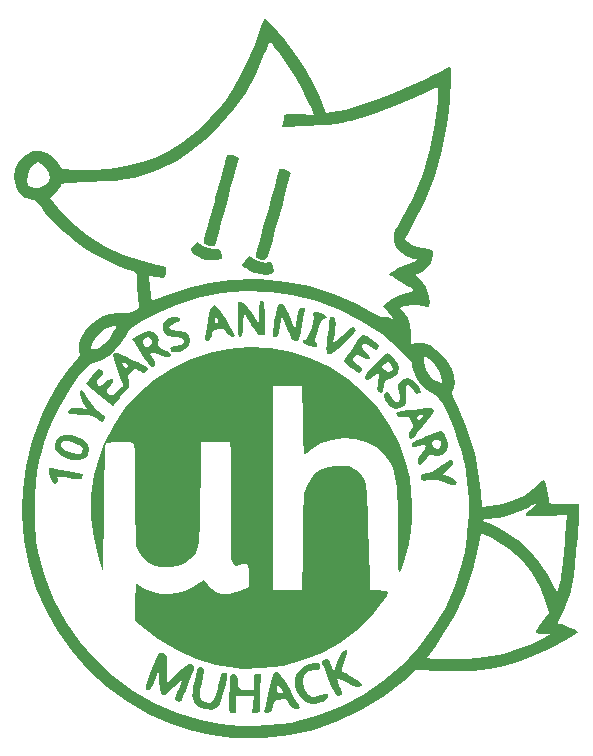
<source format=gbr>
%TF.GenerationSoftware,KiCad,Pcbnew,8.0.4*%
%TF.CreationDate,2024-09-30T12:03:32+02:00*%
%TF.ProjectId,MuHack_10th_pendant,4d754861-636b-45f3-9130-74685f70656e,rev?*%
%TF.SameCoordinates,Original*%
%TF.FileFunction,Copper,L1,Top*%
%TF.FilePolarity,Positive*%
%FSLAX46Y46*%
G04 Gerber Fmt 4.6, Leading zero omitted, Abs format (unit mm)*
G04 Created by KiCad (PCBNEW 8.0.4) date 2024-09-30 12:03:32*
%MOMM*%
%LPD*%
G01*
G04 APERTURE LIST*
%TA.AperFunction,EtchedComponent*%
%ADD10C,0.000000*%
%TD*%
G04 APERTURE END LIST*
D10*
%TA.AperFunction,EtchedComponent*%
%TO.C,F-Cu*%
G36*
X91592833Y-82578403D02*
G01*
X92043507Y-82761207D01*
X92509231Y-82845850D01*
X92558886Y-82847016D01*
X92912462Y-82895705D01*
X93109968Y-83071858D01*
X93189071Y-83420601D01*
X93195940Y-83610237D01*
X93088983Y-83740575D01*
X92807563Y-83814273D01*
X92414573Y-83832217D01*
X91972910Y-83795295D01*
X91545469Y-83704393D01*
X91235056Y-83582590D01*
X90909883Y-83383456D01*
X90664415Y-83186497D01*
X90634249Y-83153587D01*
X90549317Y-82996498D01*
X90610274Y-82833150D01*
X90792228Y-82632466D01*
X91114902Y-82309791D01*
X91592833Y-82578403D01*
G37*
%TD.AperFunction*%
%TA.AperFunction,EtchedComponent*%
G36*
X96102518Y-83788414D02*
G01*
X96605554Y-83988909D01*
X97013718Y-84018303D01*
X97058992Y-84011098D01*
X97327307Y-83986685D01*
X97453770Y-84090829D01*
X97516925Y-84325091D01*
X97584292Y-84722836D01*
X97554203Y-84937078D01*
X97383012Y-85022545D01*
X97027074Y-85033964D01*
X96952656Y-85032626D01*
X96497429Y-85001133D01*
X96078239Y-84935628D01*
X95930885Y-84897494D01*
X95562805Y-84730251D01*
X95204319Y-84497456D01*
X95198192Y-84492571D01*
X94846165Y-84210312D01*
X95186652Y-83852925D01*
X95527139Y-83495538D01*
X96102518Y-83788414D01*
G37*
%TD.AperFunction*%
%TA.AperFunction,EtchedComponent*%
G36*
X78795908Y-101429462D02*
G01*
X79136389Y-101486120D01*
X79610581Y-101569433D01*
X80070204Y-101652785D01*
X80606131Y-101750843D01*
X81043588Y-101830116D01*
X81332982Y-101881667D01*
X81425595Y-101897016D01*
X81420584Y-101996278D01*
X81387798Y-102141246D01*
X81337273Y-102272370D01*
X81239648Y-102345792D01*
X81049691Y-102364005D01*
X80722171Y-102329500D01*
X80211858Y-102244770D01*
X80045712Y-102215189D01*
X79596515Y-102137530D01*
X79343995Y-102109025D01*
X79244658Y-102134483D01*
X79255010Y-102218716D01*
X79295099Y-102298201D01*
X79357683Y-102520717D01*
X79258533Y-102643368D01*
X79082147Y-102731260D01*
X78957556Y-102687426D01*
X78824276Y-102473470D01*
X78749552Y-102320276D01*
X78604729Y-101941425D01*
X78547011Y-101626166D01*
X78583715Y-101436707D01*
X78642322Y-101408554D01*
X78795908Y-101429462D01*
G37*
%TD.AperFunction*%
%TA.AperFunction,EtchedComponent*%
G36*
X81463646Y-94912556D02*
G01*
X81653939Y-95173093D01*
X81889521Y-95544695D01*
X81949080Y-95645310D01*
X82349132Y-96242430D01*
X82727796Y-96620277D01*
X82870332Y-96711060D01*
X83166675Y-96885224D01*
X83285675Y-97024843D01*
X83270303Y-97200777D01*
X83232139Y-97307701D01*
X83160648Y-97445913D01*
X83053004Y-97477829D01*
X82852634Y-97394381D01*
X82512511Y-97192388D01*
X82179869Y-97020035D01*
X81830236Y-96927376D01*
X81367841Y-96893077D01*
X81159066Y-96890911D01*
X80643465Y-96880943D01*
X80336817Y-96842009D01*
X80204250Y-96759196D01*
X80210890Y-96617589D01*
X80262253Y-96507354D01*
X80364999Y-96379067D01*
X80536902Y-96325866D01*
X80846354Y-96335328D01*
X81074750Y-96359758D01*
X81764849Y-96440866D01*
X81429370Y-95868415D01*
X81239984Y-95461139D01*
X81167855Y-95115860D01*
X81216595Y-94883947D01*
X81355258Y-94814323D01*
X81463646Y-94912556D01*
G37*
%TD.AperFunction*%
%TA.AperFunction,EtchedComponent*%
G36*
X112713412Y-100696021D02*
G01*
X112767565Y-100818515D01*
X112797109Y-101097835D01*
X112704469Y-101222436D01*
X112260402Y-101568178D01*
X111983086Y-101810382D01*
X111889125Y-101934300D01*
X111893148Y-101943065D01*
X112028671Y-102002896D01*
X112316547Y-102106190D01*
X112491838Y-102164622D01*
X112871731Y-102326638D01*
X113052669Y-102513412D01*
X113080380Y-102608744D01*
X113066683Y-102785859D01*
X112937073Y-102857377D01*
X112660277Y-102823408D01*
X112205023Y-102684058D01*
X112003377Y-102612457D01*
X111405365Y-102448637D01*
X110839098Y-102425912D01*
X110690636Y-102439273D01*
X110318562Y-102472994D01*
X110128081Y-102454144D01*
X110058636Y-102361959D01*
X110049531Y-102219450D01*
X110086636Y-102025724D01*
X110241890Y-101921109D01*
X110542694Y-101863026D01*
X110961372Y-101736858D01*
X111463545Y-101449265D01*
X111850133Y-101168267D01*
X112246690Y-100865829D01*
X112493968Y-100697283D01*
X112635147Y-100646168D01*
X112713412Y-100696021D01*
G37*
%TD.AperFunction*%
%TA.AperFunction,EtchedComponent*%
G36*
X96591377Y-87267195D02*
G01*
X96682265Y-87314015D01*
X96745223Y-87440522D01*
X96786954Y-87687348D01*
X96814159Y-88095127D01*
X96833542Y-88704494D01*
X96834416Y-88740558D01*
X96868820Y-90173939D01*
X96558041Y-90173939D01*
X96381783Y-90137065D01*
X96200820Y-90001541D01*
X95979049Y-89730015D01*
X95680365Y-89285134D01*
X95643973Y-89228257D01*
X95040685Y-88282576D01*
X95004483Y-89248986D01*
X94959418Y-89830714D01*
X94875608Y-90175554D01*
X94751279Y-90288038D01*
X94624831Y-90217188D01*
X94591347Y-90068190D01*
X94564205Y-89727546D01*
X94546413Y-89247817D01*
X94540877Y-88749259D01*
X94540877Y-87365285D01*
X94837490Y-87365285D01*
X95010814Y-87406936D01*
X95194710Y-87556306D01*
X95423467Y-87850018D01*
X95722827Y-88310961D01*
X96311550Y-89256637D01*
X96347146Y-88241925D01*
X96370799Y-87741892D01*
X96406054Y-87441626D01*
X96464053Y-87296664D01*
X96555936Y-87262542D01*
X96591377Y-87267195D01*
G37*
%TD.AperFunction*%
%TA.AperFunction,EtchedComponent*%
G36*
X101373653Y-88237141D02*
G01*
X101556607Y-88298030D01*
X101938626Y-88461817D01*
X102097610Y-88611330D01*
X102026759Y-88735975D01*
X101874648Y-88793496D01*
X101709394Y-88919919D01*
X101534688Y-89230856D01*
X101335353Y-89753714D01*
X101323444Y-89788954D01*
X101179393Y-90265220D01*
X101110578Y-90601977D01*
X101124926Y-90758563D01*
X101133422Y-90763601D01*
X101243140Y-90902130D01*
X101235339Y-91102347D01*
X101165636Y-91188234D01*
X101004088Y-91183337D01*
X100703705Y-91110491D01*
X100555060Y-91063149D01*
X100241773Y-90913918D01*
X100063026Y-90748645D01*
X100043531Y-90610306D01*
X100208001Y-90541876D01*
X100254384Y-90540285D01*
X100389846Y-90476848D01*
X100528783Y-90263204D01*
X100690537Y-89864355D01*
X100791037Y-89569249D01*
X100948592Y-89037119D01*
X101012283Y-88693233D01*
X100978947Y-88554749D01*
X100978156Y-88554474D01*
X100903295Y-88424096D01*
X100924060Y-88309756D01*
X100991995Y-88195777D01*
X101119036Y-88171995D01*
X101373653Y-88237141D01*
G37*
%TD.AperFunction*%
%TA.AperFunction,EtchedComponent*%
G36*
X101380210Y-117921344D02*
G01*
X101487414Y-118040289D01*
X101501454Y-118199420D01*
X101467765Y-118408818D01*
X101318290Y-118492290D01*
X101090518Y-118504708D01*
X100613193Y-118600659D01*
X100251779Y-118859413D01*
X100056481Y-119237318D01*
X100036069Y-119421487D01*
X100124063Y-120037116D01*
X100390187Y-120489407D01*
X100595433Y-120659407D01*
X100810447Y-120781658D01*
X101002743Y-120809858D01*
X101270099Y-120745223D01*
X101484785Y-120670465D01*
X101912550Y-120552757D01*
X102150675Y-120574032D01*
X102168909Y-120588702D01*
X102222566Y-120781104D01*
X102077245Y-120999884D01*
X101768135Y-121202024D01*
X101615397Y-121265399D01*
X101133398Y-121400398D01*
X100743452Y-121394806D01*
X100335395Y-121244983D01*
X100288680Y-121221586D01*
X99877535Y-120889468D01*
X99579631Y-120410143D01*
X99412889Y-119853237D01*
X99395228Y-119288376D01*
X99544568Y-118785186D01*
X99627522Y-118652677D01*
X100033185Y-118269620D01*
X100561321Y-117998101D01*
X101102462Y-117894324D01*
X101104579Y-117894321D01*
X101380210Y-117921344D01*
G37*
%TD.AperFunction*%
%TA.AperFunction,EtchedComponent*%
G36*
X80480140Y-98654939D02*
G01*
X80925594Y-98792919D01*
X81357163Y-98982242D01*
X81700465Y-99190117D01*
X81881122Y-99383752D01*
X81883423Y-99389443D01*
X81978895Y-99889432D01*
X81869719Y-100295604D01*
X81584218Y-100587433D01*
X81150718Y-100744395D01*
X80597543Y-100745965D01*
X80153137Y-100643248D01*
X79707071Y-100427330D01*
X79333303Y-100115247D01*
X79091372Y-99766542D01*
X79032223Y-99522279D01*
X79045613Y-99474949D01*
X79570542Y-99474949D01*
X79682894Y-99718715D01*
X80027575Y-99947062D01*
X80107925Y-99983170D01*
X80630503Y-100183952D01*
X80990097Y-100258238D01*
X81231484Y-100207922D01*
X81397667Y-100037724D01*
X81442736Y-99794080D01*
X81255400Y-99566549D01*
X80830911Y-99350762D01*
X80542489Y-99250375D01*
X80155165Y-99137753D01*
X79924283Y-99107326D01*
X79777041Y-99157049D01*
X79696431Y-99226627D01*
X79570542Y-99474949D01*
X79045613Y-99474949D01*
X79143530Y-99128830D01*
X79436748Y-98813135D01*
X79850828Y-98628104D01*
X80095182Y-98601093D01*
X80480140Y-98654939D01*
G37*
%TD.AperFunction*%
%TA.AperFunction,EtchedComponent*%
G36*
X98520951Y-76117931D02*
G01*
X98616773Y-76142120D01*
X98927373Y-76259520D01*
X99033632Y-76398038D01*
X99025446Y-76475508D01*
X98980422Y-76641507D01*
X98880727Y-77012540D01*
X98734646Y-77557661D01*
X98550462Y-78245928D01*
X98336460Y-79046395D01*
X98100924Y-79928118D01*
X98014431Y-80252064D01*
X97741005Y-81276154D01*
X97521017Y-82087790D01*
X97343487Y-82710098D01*
X97197430Y-83166205D01*
X97071866Y-83479238D01*
X96955810Y-83672323D01*
X96838282Y-83768588D01*
X96708297Y-83791158D01*
X96554874Y-83763162D01*
X96372608Y-83709369D01*
X96150943Y-83605205D01*
X96083337Y-83507840D01*
X96124008Y-83324043D01*
X96217880Y-82947920D01*
X96355544Y-82414426D01*
X96527590Y-81758520D01*
X96724612Y-81015158D01*
X96937198Y-80219298D01*
X97155941Y-79405896D01*
X97371432Y-78609911D01*
X97574262Y-77866299D01*
X97755022Y-77210018D01*
X97904304Y-76676025D01*
X98012698Y-76299276D01*
X98070797Y-76114730D01*
X98076481Y-76102570D01*
X98230123Y-76075418D01*
X98520951Y-76117931D01*
G37*
%TD.AperFunction*%
%TA.AperFunction,EtchedComponent*%
G36*
X93987721Y-74894282D02*
G01*
X94169750Y-74936141D01*
X94495872Y-75047227D01*
X94617055Y-75175446D01*
X94611284Y-75261012D01*
X94566148Y-75425527D01*
X94466643Y-75795058D01*
X94321067Y-76338570D01*
X94137716Y-77025025D01*
X93924887Y-77823385D01*
X93690876Y-78702613D01*
X93611703Y-79000381D01*
X93372981Y-79892036D01*
X93151763Y-80706142D01*
X92956369Y-81413024D01*
X92795124Y-81983011D01*
X92676348Y-82386430D01*
X92608364Y-82593608D01*
X92598154Y-82614222D01*
X92444589Y-82633567D01*
X92153069Y-82591341D01*
X92063967Y-82570599D01*
X91755350Y-82461590D01*
X91651777Y-82327306D01*
X91660617Y-82253873D01*
X91706031Y-82088287D01*
X91805800Y-81718043D01*
X91951527Y-81174513D01*
X92134817Y-80489070D01*
X92347273Y-79693089D01*
X92580498Y-78817941D01*
X92645720Y-78572977D01*
X92882357Y-77685412D01*
X93099982Y-76871782D01*
X93290331Y-76162790D01*
X93445134Y-75589134D01*
X93556126Y-75181513D01*
X93615039Y-74970629D01*
X93621086Y-74950990D01*
X93726891Y-74873112D01*
X93987721Y-74894282D01*
G37*
%TD.AperFunction*%
%TA.AperFunction,EtchedComponent*%
G36*
X102533687Y-88625341D02*
G01*
X102658035Y-88663045D01*
X102768424Y-88735290D01*
X102822082Y-88881079D01*
X102826935Y-89156769D01*
X102791504Y-89612314D01*
X102741382Y-90082114D01*
X102687915Y-90481137D01*
X102642659Y-90723156D01*
X102642575Y-90723458D01*
X102685453Y-90765681D01*
X102874195Y-90640585D01*
X103190422Y-90361607D01*
X103358965Y-90199694D01*
X103795587Y-89795506D01*
X104103913Y-89568034D01*
X104306268Y-89501733D01*
X104348738Y-89510596D01*
X104497289Y-89602398D01*
X104525361Y-89737944D01*
X104417355Y-89941818D01*
X104157675Y-90238606D01*
X103730723Y-90652890D01*
X103473717Y-90889817D01*
X103004663Y-91310754D01*
X102676152Y-91582961D01*
X102454256Y-91728612D01*
X102305048Y-91769884D01*
X102194601Y-91728950D01*
X102192372Y-91727310D01*
X102109465Y-91645541D01*
X102062680Y-91520793D01*
X102051483Y-91308591D01*
X102075342Y-90964464D01*
X102133725Y-90443936D01*
X102173171Y-90123841D01*
X102246970Y-89556967D01*
X102314089Y-89085710D01*
X102367173Y-88758871D01*
X102398868Y-88625253D01*
X102399057Y-88625053D01*
X102533687Y-88625341D01*
G37*
%TD.AperFunction*%
%TA.AperFunction,EtchedComponent*%
G36*
X89650348Y-88689126D02*
G01*
X89695840Y-88757673D01*
X89698359Y-88977563D01*
X89492994Y-89071593D01*
X89418850Y-89074900D01*
X89174785Y-89141930D01*
X88944919Y-89269075D01*
X88762766Y-89469964D01*
X88804305Y-89638981D01*
X89049362Y-89757562D01*
X89477760Y-89807144D01*
X89530172Y-89807593D01*
X90041788Y-89878055D01*
X90362428Y-90095250D01*
X90502607Y-90467889D01*
X90511069Y-90620200D01*
X90397959Y-91027441D01*
X90089351Y-91356476D01*
X89631328Y-91564977D01*
X89442327Y-91601901D01*
X89106963Y-91621561D01*
X88934412Y-91550593D01*
X88880805Y-91459788D01*
X88813391Y-91267295D01*
X88801454Y-91217539D01*
X88908694Y-91177961D01*
X89175849Y-91122984D01*
X89274056Y-91106504D01*
X89723483Y-90974453D01*
X89955111Y-90785867D01*
X89974322Y-90583402D01*
X89786499Y-90409711D01*
X89397026Y-90307447D01*
X89171774Y-90296054D01*
X88656742Y-90215510D01*
X88321840Y-89987421D01*
X88182992Y-89632102D01*
X88256122Y-89169868D01*
X88266733Y-89141429D01*
X88446665Y-88913952D01*
X88748974Y-88735117D01*
X89099679Y-88624790D01*
X89424797Y-88602837D01*
X89650348Y-88689126D01*
G37*
%TD.AperFunction*%
%TA.AperFunction,EtchedComponent*%
G36*
X94251384Y-118844186D02*
G01*
X94428166Y-118906937D01*
X94513776Y-119052648D01*
X94539902Y-119351090D01*
X94540877Y-119481624D01*
X94568586Y-119849966D01*
X94683923Y-120069510D01*
X94935201Y-120177574D01*
X95370734Y-120211477D01*
X95487271Y-120212656D01*
X95884146Y-120214323D01*
X95884146Y-119542689D01*
X95891951Y-119158113D01*
X95933701Y-118957875D01*
X96036896Y-118882167D01*
X96192979Y-118871054D01*
X96501812Y-118871054D01*
X96467739Y-120489083D01*
X96433665Y-122107112D01*
X96090789Y-122146433D01*
X95747914Y-122185754D01*
X95831803Y-121444270D01*
X95915692Y-120702785D01*
X95167227Y-120702785D01*
X94418761Y-120702785D01*
X94418761Y-121435477D01*
X94412297Y-121841545D01*
X94376975Y-122060781D01*
X94288899Y-122150534D01*
X94124174Y-122168153D01*
X94113473Y-122168170D01*
X93956143Y-122156234D01*
X93865046Y-122085554D01*
X93822194Y-121903818D01*
X93809601Y-121558715D01*
X93809053Y-121282833D01*
X93821429Y-120682334D01*
X93852605Y-120034342D01*
X93885906Y-119593171D01*
X93932124Y-119164752D01*
X93984821Y-118929446D01*
X94068614Y-118836810D01*
X94208114Y-118836401D01*
X94251384Y-118844186D01*
G37*
%TD.AperFunction*%
%TA.AperFunction,EtchedComponent*%
G36*
X109321226Y-93919491D02*
G01*
X109680009Y-94218180D01*
X109867653Y-94495583D01*
X110011061Y-94790467D01*
X110031056Y-94952793D01*
X109935365Y-95056036D01*
X109927145Y-95061306D01*
X109681690Y-95168232D01*
X109528964Y-95072450D01*
X109448653Y-94900891D01*
X109285313Y-94611243D01*
X109151736Y-94462975D01*
X108927148Y-94348490D01*
X108793932Y-94455712D01*
X108750982Y-94786807D01*
X108778537Y-95194005D01*
X108813400Y-95632721D01*
X108787292Y-95910368D01*
X108689229Y-96104937D01*
X108642401Y-96160690D01*
X108309689Y-96362256D01*
X107899283Y-96376186D01*
X107511582Y-96211237D01*
X107252661Y-95956543D01*
X107039913Y-95624080D01*
X106920114Y-95301467D01*
X106922920Y-95108590D01*
X107067548Y-94947643D01*
X107259477Y-94990631D01*
X107445623Y-95218841D01*
X107487041Y-95307452D01*
X107690334Y-95649228D01*
X107924503Y-95822189D01*
X108144388Y-95799320D01*
X108209807Y-95739820D01*
X108284801Y-95553341D01*
X108261513Y-95247713D01*
X108208258Y-95010193D01*
X108132447Y-94629575D01*
X108149477Y-94375576D01*
X108256622Y-94159487D01*
X108559641Y-93879737D01*
X108931140Y-93803208D01*
X109321226Y-93919491D01*
G37*
%TD.AperFunction*%
%TA.AperFunction,EtchedComponent*%
G36*
X92669538Y-87658794D02*
G01*
X92830549Y-87789440D01*
X93041941Y-88056794D01*
X93329190Y-88491137D01*
X93540882Y-88831975D01*
X93836466Y-89323605D01*
X94077871Y-89742711D01*
X94239706Y-90043984D01*
X94296646Y-90180714D01*
X94214943Y-90305581D01*
X94018649Y-90298528D01*
X93780989Y-90183758D01*
X93575187Y-89985472D01*
X93540091Y-89930655D01*
X93366318Y-89685556D01*
X93167257Y-89614441D01*
X92929514Y-89643680D01*
X92622008Y-89708266D01*
X92471979Y-89796496D01*
X92398759Y-89986191D01*
X92354651Y-90198271D01*
X92234199Y-90511842D01*
X92018603Y-90637777D01*
X92002461Y-90640365D01*
X91785690Y-90612595D01*
X91738673Y-90518249D01*
X91764169Y-90338671D01*
X91828326Y-89975552D01*
X91920962Y-89484652D01*
X92013433Y-89013843D01*
X92038933Y-88891727D01*
X92587031Y-88891727D01*
X92640504Y-89133593D01*
X92765754Y-89195036D01*
X92885508Y-89085920D01*
X92906773Y-88889986D01*
X92825047Y-88679577D01*
X92696081Y-88586439D01*
X92614081Y-88691019D01*
X92587031Y-88891727D01*
X92038933Y-88891727D01*
X92137466Y-88419868D01*
X92237194Y-88025833D01*
X92328084Y-87790706D01*
X92425607Y-87673457D01*
X92533430Y-87634575D01*
X92669538Y-87658794D01*
G37*
%TD.AperFunction*%
%TA.AperFunction,EtchedComponent*%
G36*
X91561010Y-118293444D02*
G01*
X91654854Y-118417171D01*
X91671367Y-118668897D01*
X91613888Y-119085865D01*
X91507276Y-119607513D01*
X91386756Y-120247376D01*
X91357640Y-120695200D01*
X91427960Y-120988507D01*
X91605750Y-121164820D01*
X91859648Y-121253470D01*
X92136561Y-121280967D01*
X92349644Y-121203050D01*
X92521907Y-120987648D01*
X92676358Y-120602691D01*
X92836007Y-120016110D01*
X92880166Y-119831053D01*
X93011093Y-119298087D01*
X93113584Y-118963705D01*
X93206508Y-118786882D01*
X93308735Y-118726596D01*
X93386593Y-118730019D01*
X93607739Y-118787323D01*
X93676354Y-118822067D01*
X93672900Y-118954542D01*
X93622428Y-119271555D01*
X93534214Y-119719990D01*
X93459824Y-120062140D01*
X93249327Y-120829636D01*
X93003372Y-121372849D01*
X92701940Y-121711240D01*
X92325012Y-121864266D01*
X91852570Y-121851389D01*
X91660506Y-121811180D01*
X91261187Y-121684489D01*
X91017030Y-121505318D01*
X90839697Y-121202322D01*
X90804000Y-121119448D01*
X90730723Y-120905912D01*
X90703022Y-120680280D01*
X90724181Y-120383135D01*
X90797485Y-119955058D01*
X90894302Y-119485798D01*
X91021032Y-118921739D01*
X91123417Y-118558097D01*
X91217693Y-118354453D01*
X91320096Y-118270388D01*
X91386494Y-118260477D01*
X91561010Y-118293444D01*
G37*
%TD.AperFunction*%
%TA.AperFunction,EtchedComponent*%
G36*
X87446723Y-89909568D02*
G01*
X87735103Y-90173713D01*
X87861759Y-90538374D01*
X87816299Y-90859585D01*
X87789850Y-91023837D01*
X87883522Y-91159023D01*
X88141547Y-91312333D01*
X88322294Y-91399450D01*
X88711198Y-91599086D01*
X88888280Y-91747594D01*
X88872571Y-91873567D01*
X88714390Y-91988481D01*
X88492814Y-92025174D01*
X88159449Y-91923059D01*
X87943204Y-91820752D01*
X87513115Y-91642218D01*
X87245356Y-91616122D01*
X87152966Y-91736112D01*
X87248981Y-91995833D01*
X87330165Y-92119493D01*
X87504817Y-92457324D01*
X87516201Y-92717049D01*
X87367010Y-92851565D01*
X87287793Y-92860477D01*
X87155628Y-92762391D01*
X86931566Y-92496085D01*
X86648150Y-92103490D01*
X86369809Y-91677761D01*
X85816105Y-90792710D01*
X86510602Y-90792710D01*
X86627404Y-91021841D01*
X86792490Y-91182089D01*
X87000648Y-91134311D01*
X87222257Y-90949474D01*
X87298608Y-90828116D01*
X87278892Y-90601414D01*
X87183841Y-90457837D01*
X86983468Y-90338201D01*
X86740012Y-90410399D01*
X86739739Y-90410545D01*
X86523397Y-90580742D01*
X86510602Y-90792710D01*
X85816105Y-90792710D01*
X85629881Y-90495045D01*
X86147158Y-90151841D01*
X86534332Y-89945097D01*
X86910483Y-89822876D01*
X87042383Y-89808115D01*
X87446723Y-89909568D01*
G37*
%TD.AperFunction*%
%TA.AperFunction,EtchedComponent*%
G36*
X111019347Y-96338989D02*
G01*
X111030287Y-96343134D01*
X111137381Y-96516677D01*
X111148569Y-96602391D01*
X111073960Y-96756564D01*
X110875361Y-97042255D01*
X110590614Y-97413848D01*
X110257561Y-97825728D01*
X109914043Y-98232278D01*
X109597902Y-98587882D01*
X109346981Y-98846925D01*
X109199122Y-98963790D01*
X109187575Y-98966246D01*
X109077199Y-98865421D01*
X109008253Y-98711627D01*
X109027088Y-98410288D01*
X109189053Y-98178532D01*
X109353094Y-97979271D01*
X109381666Y-97807902D01*
X109284941Y-97553081D01*
X109252457Y-97484406D01*
X109099723Y-97215489D01*
X108924907Y-97109416D01*
X108625029Y-97109852D01*
X108576017Y-97114362D01*
X108231569Y-97116465D01*
X108166275Y-97082378D01*
X109723071Y-97082378D01*
X109742583Y-97253946D01*
X109871420Y-97308473D01*
X110075139Y-97172999D01*
X110235157Y-97009748D01*
X110213039Y-96936754D01*
X110111102Y-96909362D01*
X109866009Y-96937130D01*
X109723071Y-97082378D01*
X108166275Y-97082378D01*
X108056889Y-97025272D01*
X108020592Y-96958802D01*
X107981927Y-96759144D01*
X107999959Y-96701075D01*
X108148981Y-96654627D01*
X108481946Y-96594500D01*
X108939509Y-96527702D01*
X109462331Y-96461243D01*
X109991067Y-96402133D01*
X110466377Y-96357381D01*
X110828917Y-96333997D01*
X111019347Y-96338989D01*
G37*
%TD.AperFunction*%
%TA.AperFunction,EtchedComponent*%
G36*
X105194409Y-90136212D02*
G01*
X105464794Y-90267735D01*
X105794399Y-90483264D01*
X106131278Y-90724998D01*
X106378590Y-90901564D01*
X106480530Y-90973179D01*
X106484416Y-91089522D01*
X106389154Y-91266452D01*
X106263539Y-91387233D01*
X106231886Y-91395093D01*
X106060200Y-91326344D01*
X105792090Y-91155410D01*
X105712813Y-91096846D01*
X105424857Y-90912186D01*
X105243395Y-90895404D01*
X105182296Y-90938096D01*
X105054843Y-91151826D01*
X105131275Y-91369681D01*
X105409146Y-91620014D01*
X105684337Y-91889386D01*
X105751061Y-92096805D01*
X105643503Y-92208060D01*
X105395845Y-92188942D01*
X105042271Y-92005240D01*
X105031695Y-91997762D01*
X104645576Y-91722821D01*
X104427499Y-92011932D01*
X104306777Y-92191196D01*
X104304769Y-92322047D01*
X104449564Y-92473053D01*
X104691009Y-92655207D01*
X104976304Y-92887628D01*
X105079105Y-93047372D01*
X105031688Y-93179154D01*
X104919107Y-93296321D01*
X104802331Y-93326543D01*
X104626340Y-93253578D01*
X104336113Y-93061183D01*
X104126544Y-92911958D01*
X103811846Y-92662226D01*
X103605724Y-92451234D01*
X103554436Y-92339791D01*
X103638059Y-92187248D01*
X103831902Y-91887204D01*
X104102855Y-91489906D01*
X104287128Y-91227908D01*
X104592614Y-90797763D01*
X104847413Y-90437874D01*
X105016411Y-90197897D01*
X105061707Y-90132585D01*
X105194409Y-90136212D01*
G37*
%TD.AperFunction*%
%TA.AperFunction,EtchedComponent*%
G36*
X107373128Y-91726509D02*
G01*
X107615955Y-91941848D01*
X107869296Y-92246707D01*
X108082614Y-92577226D01*
X108205373Y-92869541D01*
X108217800Y-92961658D01*
X108107792Y-93337860D01*
X107825044Y-93656459D01*
X107440474Y-93843089D01*
X107363752Y-93857224D01*
X107168637Y-93920554D01*
X107049852Y-94087508D01*
X106963757Y-94424200D01*
X106953667Y-94478506D01*
X106840198Y-94881912D01*
X106686534Y-95048410D01*
X106486999Y-94982873D01*
X106428107Y-94929630D01*
X106366690Y-94743772D01*
X106401795Y-94382954D01*
X106453645Y-94136229D01*
X106531815Y-93675743D01*
X106499951Y-93431717D01*
X106355734Y-93401416D01*
X106096848Y-93582108D01*
X106033647Y-93640887D01*
X105739661Y-93884902D01*
X105527864Y-93945720D01*
X105337274Y-93838010D01*
X105312767Y-93814290D01*
X105285512Y-93707315D01*
X105374156Y-93525421D01*
X105598209Y-93241057D01*
X105932656Y-92875355D01*
X106691358Y-92875355D01*
X106972085Y-93106024D01*
X107280715Y-93264703D01*
X107530915Y-93212481D01*
X107652716Y-93040176D01*
X107628261Y-92833474D01*
X107486424Y-92591685D01*
X107255755Y-92310958D01*
X106973556Y-92593157D01*
X106691358Y-92875355D01*
X105932656Y-92875355D01*
X105977182Y-92826668D01*
X106112622Y-92684723D01*
X106504420Y-92285446D01*
X106842478Y-91957191D01*
X107086992Y-91737601D01*
X107191354Y-91664556D01*
X107373128Y-91726509D01*
G37*
%TD.AperFunction*%
%TA.AperFunction,EtchedComponent*%
G36*
X98388028Y-87523801D02*
G01*
X98519359Y-87659522D01*
X98668002Y-87934341D01*
X98858776Y-88388036D01*
X98938285Y-88591762D01*
X99364435Y-89696123D01*
X99553738Y-88744406D01*
X99656383Y-88266144D01*
X99743082Y-87984385D01*
X99834936Y-87854225D01*
X99953045Y-87830762D01*
X99981142Y-87834827D01*
X100189817Y-87881208D01*
X100247284Y-87903574D01*
X100236422Y-88026389D01*
X100185784Y-88339956D01*
X100103730Y-88795584D01*
X100008092Y-89296291D01*
X99889190Y-89886693D01*
X99796858Y-90277484D01*
X99714631Y-90509462D01*
X99626042Y-90623427D01*
X99514624Y-90660177D01*
X99456720Y-90662400D01*
X99252090Y-90606521D01*
X99079855Y-90404748D01*
X98932691Y-90102757D01*
X98794918Y-89774768D01*
X98708164Y-89555589D01*
X98692800Y-89507093D01*
X98649402Y-89383443D01*
X98540556Y-89116394D01*
X98490475Y-88998227D01*
X98288150Y-88525381D01*
X98128046Y-89370165D01*
X98017206Y-89893910D01*
X97914851Y-90207358D01*
X97802522Y-90342954D01*
X97661758Y-90333140D01*
X97599275Y-90299462D01*
X97523600Y-90219326D01*
X97493746Y-90069190D01*
X97511439Y-89802745D01*
X97578404Y-89373678D01*
X97648019Y-88991806D01*
X97765995Y-88369243D01*
X97854903Y-87947623D01*
X97930389Y-87687789D01*
X98008103Y-87550581D01*
X98103691Y-87496843D01*
X98232802Y-87487414D01*
X98249186Y-87487400D01*
X98388028Y-87523801D01*
G37*
%TD.AperFunction*%
%TA.AperFunction,EtchedComponent*%
G36*
X103828754Y-116900339D02*
G01*
X103777230Y-117179144D01*
X103662846Y-117576108D01*
X103631198Y-117671289D01*
X103488977Y-118092975D01*
X103383661Y-118411976D01*
X103334564Y-118569630D01*
X103333185Y-118576475D01*
X103431118Y-118646228D01*
X103692710Y-118807772D01*
X104069648Y-119031585D01*
X104247422Y-119135134D01*
X104654446Y-119384988D01*
X104959513Y-119599232D01*
X105116037Y-119743943D01*
X105126470Y-119775257D01*
X104995667Y-119901870D01*
X104838439Y-119979242D01*
X104608090Y-119990061D01*
X104276527Y-119868136D01*
X103892218Y-119655087D01*
X103414707Y-119380060D01*
X103119432Y-119253224D01*
X102988118Y-119283324D01*
X103002494Y-119479104D01*
X103144285Y-119849311D01*
X103203919Y-119984498D01*
X103340127Y-120339890D01*
X103350781Y-120538971D01*
X103295506Y-120606540D01*
X103067877Y-120691777D01*
X102874965Y-120604285D01*
X102682285Y-120318471D01*
X102561383Y-120061679D01*
X102224220Y-119286627D01*
X101976860Y-118704761D01*
X101809375Y-118286329D01*
X101711832Y-118001577D01*
X101674303Y-117820753D01*
X101686855Y-117714105D01*
X101739558Y-117651880D01*
X101753855Y-117642267D01*
X101978957Y-117544763D01*
X102153411Y-117607124D01*
X102320359Y-117858941D01*
X102432586Y-118107833D01*
X102676226Y-118687881D01*
X102954021Y-117862347D01*
X103188936Y-117291352D01*
X103440211Y-116944418D01*
X103723955Y-116801376D01*
X103806343Y-116795093D01*
X103828754Y-116900339D01*
G37*
%TD.AperFunction*%
%TA.AperFunction,EtchedComponent*%
G36*
X97846693Y-118647790D02*
G01*
X97859916Y-118649744D01*
X98020333Y-118748060D01*
X98243777Y-119014591D01*
X98543045Y-119467016D01*
X98930933Y-120123012D01*
X98948204Y-120153266D01*
X99252210Y-120692186D01*
X99507373Y-121155592D01*
X99691441Y-121502220D01*
X99782162Y-121690811D01*
X99787843Y-121710237D01*
X99686316Y-121778719D01*
X99482432Y-121801823D01*
X99212967Y-121723093D01*
X98972735Y-121457646D01*
X98915183Y-121364813D01*
X98712150Y-121079573D01*
X98527479Y-120982544D01*
X98400311Y-120996800D01*
X98057492Y-121056463D01*
X97885871Y-121067464D01*
X97706364Y-121121664D01*
X97589081Y-121319942D01*
X97519525Y-121588121D01*
X97425958Y-121923622D01*
X97294816Y-122086166D01*
X97075519Y-122145680D01*
X96831995Y-122136335D01*
X96792372Y-122023564D01*
X96840311Y-121840189D01*
X96926493Y-121479397D01*
X97036505Y-121002258D01*
X97104093Y-120702785D01*
X97226356Y-120160473D01*
X97837992Y-120160473D01*
X97891439Y-120389303D01*
X98097350Y-120457865D01*
X98137601Y-120458554D01*
X98333494Y-120446366D01*
X98368478Y-120365649D01*
X98260169Y-120150172D01*
X98232481Y-120101834D01*
X98043626Y-119851976D01*
X97908445Y-119834845D01*
X97842167Y-120048176D01*
X97837992Y-120160473D01*
X97226356Y-120160473D01*
X97273645Y-119950718D01*
X97402335Y-119405014D01*
X97501987Y-119033553D01*
X97584424Y-118804219D01*
X97661472Y-118684892D01*
X97744953Y-118643455D01*
X97846693Y-118647790D01*
G37*
%TD.AperFunction*%
%TA.AperFunction,EtchedComponent*%
G36*
X111924427Y-98322482D02*
G01*
X112032629Y-98410658D01*
X112106314Y-98585339D01*
X112185065Y-98848826D01*
X112199716Y-98896006D01*
X112317855Y-99330596D01*
X112341082Y-99627045D01*
X112275465Y-99869593D01*
X112270603Y-99880408D01*
X111994337Y-100227567D01*
X111602901Y-100396198D01*
X111170083Y-100354961D01*
X111161179Y-100351655D01*
X110944724Y-100293790D01*
X110772126Y-100342993D01*
X110567469Y-100534869D01*
X110430199Y-100694478D01*
X110139979Y-101014304D01*
X109952402Y-101141365D01*
X109834893Y-101086282D01*
X109767422Y-100910552D01*
X109795229Y-100656191D01*
X110008726Y-100323051D01*
X110132932Y-100178749D01*
X110421426Y-99807468D01*
X110514975Y-99558480D01*
X110417225Y-99443375D01*
X110131821Y-99473745D01*
X109932709Y-99542034D01*
X109594568Y-99664157D01*
X109416200Y-99676467D01*
X109333097Y-99565824D01*
X109297919Y-99412763D01*
X109309179Y-99344534D01*
X110981279Y-99344534D01*
X111049660Y-99517932D01*
X111244999Y-99751633D01*
X111478523Y-99797888D01*
X111671484Y-99662040D01*
X111738956Y-99471153D01*
X111717661Y-99154146D01*
X111540781Y-99025052D01*
X111230570Y-99080399D01*
X111008950Y-99192671D01*
X110981279Y-99344534D01*
X109309179Y-99344534D01*
X109318071Y-99290656D01*
X109451893Y-99169470D01*
X109736505Y-99027293D01*
X110209029Y-98842211D01*
X110354819Y-98788865D01*
X110996905Y-98554004D01*
X111446147Y-98396454D01*
X111742127Y-98318513D01*
X111924427Y-98322482D01*
G37*
%TD.AperFunction*%
%TA.AperFunction,EtchedComponent*%
G36*
X88246248Y-117088042D02*
G01*
X88386259Y-117131814D01*
X88476314Y-117209759D01*
X88527433Y-117368817D01*
X88550639Y-117655930D01*
X88556955Y-118118036D01*
X88557223Y-118412392D01*
X88557223Y-119658692D01*
X89442560Y-118787970D01*
X89857101Y-118389519D01*
X90145137Y-118142733D01*
X90347083Y-118020991D01*
X90503357Y-117997674D01*
X90602656Y-118023870D01*
X90815202Y-118163771D01*
X90877953Y-118287071D01*
X90832728Y-118477477D01*
X90712023Y-118832984D01*
X90539202Y-119295359D01*
X90337631Y-119806371D01*
X90130677Y-120307785D01*
X89941705Y-120741370D01*
X89794081Y-121048893D01*
X89724430Y-121161912D01*
X89568855Y-121254275D01*
X89371076Y-121159989D01*
X89271962Y-121066962D01*
X89240617Y-120942660D01*
X89285212Y-120733481D01*
X89413921Y-120385820D01*
X89534167Y-120090285D01*
X89910274Y-119176343D01*
X89121770Y-119956518D01*
X88669111Y-120384542D01*
X88350384Y-120617910D01*
X88140748Y-120647547D01*
X88015365Y-120464380D01*
X87949397Y-120059335D01*
X87920954Y-119517849D01*
X87885588Y-118443650D01*
X87538980Y-119328987D01*
X87358263Y-119747085D01*
X87191320Y-120058215D01*
X87068764Y-120207006D01*
X87050518Y-120212453D01*
X86859095Y-120186115D01*
X86755910Y-120091601D01*
X86743914Y-119896387D01*
X86826060Y-119567949D01*
X87005298Y-119073762D01*
X87197397Y-118593945D01*
X87424524Y-118045809D01*
X87623138Y-117582124D01*
X87773129Y-117248755D01*
X87854386Y-117091570D01*
X87857996Y-117087268D01*
X88021628Y-117055871D01*
X88246248Y-117088042D01*
G37*
%TD.AperFunction*%
%TA.AperFunction,EtchedComponent*%
G36*
X84388574Y-91690216D02*
G01*
X84708408Y-91825453D01*
X85136064Y-92018876D01*
X85616554Y-92244324D01*
X86094887Y-92475639D01*
X86516075Y-92686661D01*
X86825129Y-92851231D01*
X86962454Y-92938467D01*
X86929486Y-93050127D01*
X86805621Y-93199030D01*
X86647908Y-93329640D01*
X86494644Y-93333264D01*
X86244685Y-93208548D01*
X86214221Y-93191115D01*
X85956160Y-93057494D01*
X85786004Y-93056933D01*
X85591268Y-93205331D01*
X85499969Y-93292067D01*
X85285583Y-93527993D01*
X85228985Y-93735155D01*
X85297139Y-94037221D01*
X85299155Y-94043802D01*
X85370512Y-94358541D01*
X85328306Y-94540208D01*
X85254375Y-94614657D01*
X85094424Y-94777801D01*
X84843025Y-95074510D01*
X84553554Y-95441689D01*
X84543094Y-95455429D01*
X84278490Y-95797582D01*
X84076701Y-96047486D01*
X83977278Y-96156326D01*
X83974206Y-96157593D01*
X83872533Y-96084138D01*
X83621734Y-95884188D01*
X83259664Y-95588364D01*
X82828413Y-95230818D01*
X81717667Y-94304043D01*
X81961009Y-93979135D01*
X82213151Y-93653842D01*
X82492871Y-93307921D01*
X82508251Y-93289418D01*
X82713227Y-93061956D01*
X82845573Y-93004850D01*
X82981885Y-93095118D01*
X83022620Y-93135078D01*
X83145492Y-93285022D01*
X83132626Y-93420309D01*
X82966251Y-93623569D01*
X82903329Y-93689742D01*
X82650501Y-93996882D01*
X82588107Y-94217765D01*
X82704618Y-94403460D01*
X82736035Y-94430792D01*
X82888103Y-94475984D01*
X83089689Y-94354548D01*
X83247343Y-94201513D01*
X83570337Y-93934306D01*
X83822552Y-93841641D01*
X83966446Y-93903930D01*
X83964474Y-94101580D01*
X83779094Y-94415002D01*
X83742417Y-94459846D01*
X83509040Y-94766818D01*
X83448399Y-94963684D01*
X83556591Y-95109001D01*
X83693604Y-95191907D01*
X83885678Y-95259272D01*
X84051649Y-95190705D01*
X84272149Y-94952700D01*
X84273652Y-94950871D01*
X84507960Y-94708412D01*
X84703226Y-94576876D01*
X84741117Y-94568992D01*
X84819214Y-94570600D01*
X84863391Y-94548984D01*
X84864644Y-94466471D01*
X84813971Y-94285391D01*
X84702368Y-93968074D01*
X84520832Y-93476846D01*
X84406596Y-93169258D01*
X84183122Y-92547387D01*
X84168859Y-92500984D01*
X84720621Y-92500984D01*
X84797497Y-92685276D01*
X84961146Y-92905422D01*
X85126877Y-92923802D01*
X85225109Y-92782301D01*
X85158662Y-92647804D01*
X84962791Y-92519982D01*
X84752038Y-92436988D01*
X84720621Y-92500984D01*
X84168859Y-92500984D01*
X84050888Y-92117167D01*
X84006083Y-91845277D01*
X84044894Y-91698394D01*
X84163509Y-91643196D01*
X84231552Y-91639323D01*
X84388574Y-91690216D01*
G37*
%TD.AperFunction*%
%TA.AperFunction,EtchedComponent*%
G36*
X97219046Y-91258257D02*
G01*
X97300747Y-91268273D01*
X99115206Y-91605597D01*
X100801064Y-92147864D01*
X102372289Y-92901718D01*
X103842849Y-93873802D01*
X105160389Y-95006457D01*
X106398836Y-96366439D01*
X107433696Y-97860418D01*
X108260846Y-99481460D01*
X108876165Y-101222628D01*
X108895216Y-101290714D01*
X109102875Y-102264534D01*
X109240950Y-103388595D01*
X109305936Y-104578019D01*
X109294331Y-105747927D01*
X109202633Y-106813441D01*
X109139463Y-107209035D01*
X109011534Y-107811300D01*
X108851589Y-108445985D01*
X108675874Y-109060017D01*
X108500638Y-109600321D01*
X108342131Y-110013826D01*
X108216601Y-110247457D01*
X108205401Y-110259999D01*
X108169311Y-110179385D01*
X108140183Y-109862152D01*
X108118246Y-109315817D01*
X108103725Y-108547900D01*
X108096847Y-107565919D01*
X108096930Y-106657596D01*
X108097055Y-105473317D01*
X108088482Y-104502299D01*
X108067871Y-103713634D01*
X108031882Y-103076409D01*
X107977175Y-102559715D01*
X107900409Y-102132641D01*
X107798246Y-101764277D01*
X107667344Y-101423714D01*
X107504364Y-101080039D01*
X107491526Y-101054790D01*
X106949297Y-100234256D01*
X106260669Y-99608568D01*
X105428655Y-99179373D01*
X104456270Y-98948320D01*
X103566925Y-98907570D01*
X102494751Y-99023529D01*
X101578919Y-99313876D01*
X100797501Y-99786062D01*
X100667485Y-99892604D01*
X100386136Y-100124570D01*
X100194247Y-100265961D01*
X100141889Y-100288502D01*
X100134231Y-100160401D01*
X100121537Y-99822486D01*
X100104888Y-99309094D01*
X100085365Y-98654567D01*
X100064048Y-97893243D01*
X100050303Y-97378746D01*
X99975011Y-94509035D01*
X98753858Y-94509035D01*
X97532704Y-94509035D01*
X97532704Y-103118170D01*
X97532704Y-111727304D01*
X98725455Y-111762281D01*
X99319589Y-111770378D01*
X99703865Y-111750858D01*
X99911438Y-111700470D01*
X99971202Y-111640165D01*
X99985400Y-111483785D01*
X100000990Y-111113392D01*
X100017249Y-110559196D01*
X100033453Y-109851405D01*
X100048878Y-109020229D01*
X100062800Y-108095877D01*
X100070070Y-107514323D01*
X100083421Y-106419636D01*
X100096784Y-105540412D01*
X100112152Y-104847893D01*
X100131518Y-104313321D01*
X100156874Y-103907936D01*
X100190213Y-103602980D01*
X100233528Y-103369694D01*
X100288811Y-103179319D01*
X100358055Y-103003096D01*
X100387259Y-102936518D01*
X100723542Y-102314432D01*
X101122266Y-101865862D01*
X101647048Y-101520095D01*
X101674244Y-101506026D01*
X102159194Y-101339501D01*
X102777721Y-101239059D01*
X103425989Y-101213468D01*
X104000162Y-101271497D01*
X104118270Y-101299630D01*
X104580401Y-101540521D01*
X104992235Y-101961730D01*
X105298377Y-102499396D01*
X105386828Y-102762053D01*
X105428388Y-103035103D01*
X105470152Y-103528295D01*
X105510928Y-104217545D01*
X105549525Y-105078768D01*
X105584749Y-106087881D01*
X105615408Y-107220799D01*
X105622084Y-107514323D01*
X105714435Y-111727304D01*
X106386069Y-111761177D01*
X106886501Y-111793857D01*
X107165046Y-111856103D01*
X107243827Y-111987843D01*
X107144969Y-112229002D01*
X106890595Y-112619509D01*
X106874673Y-112642961D01*
X105806882Y-114002348D01*
X104570633Y-115198136D01*
X103187186Y-116220525D01*
X101677805Y-117059716D01*
X100063751Y-117705910D01*
X98366286Y-118149307D01*
X96606671Y-118380109D01*
X94806170Y-118388516D01*
X94460943Y-118364141D01*
X92708097Y-118097656D01*
X91007682Y-117595168D01*
X89370610Y-116861350D01*
X87807790Y-115900876D01*
X86694963Y-115037986D01*
X85870685Y-114337490D01*
X85870685Y-112839048D01*
X85876990Y-112256975D01*
X85894180Y-111766480D01*
X85919663Y-111417681D01*
X85950849Y-111260696D01*
X85952361Y-111258929D01*
X86092631Y-111266110D01*
X86247031Y-111370008D01*
X86713883Y-111670645D01*
X87341132Y-111905028D01*
X88048612Y-112049064D01*
X88619597Y-112083039D01*
X89438536Y-112022730D01*
X90122157Y-111845563D01*
X90762861Y-111522966D01*
X91049218Y-111331682D01*
X91648426Y-110906432D01*
X92026142Y-111337029D01*
X92324137Y-111635534D01*
X92618478Y-111867776D01*
X92703186Y-111917555D01*
X93182864Y-112049862D01*
X93778471Y-112058783D01*
X94398791Y-111950313D01*
X94867379Y-111775278D01*
X95456742Y-111483073D01*
X95488147Y-110628266D01*
X95492961Y-110065229D01*
X95445918Y-109712631D01*
X95329595Y-109539120D01*
X95126567Y-109513342D01*
X94902114Y-109573767D01*
X94515695Y-109686185D01*
X94282474Y-109668553D01*
X94135314Y-109496176D01*
X94043489Y-109257949D01*
X93999609Y-109052280D01*
X93967392Y-108723310D01*
X93946448Y-108250040D01*
X93936392Y-107611472D01*
X93936834Y-106786608D01*
X93947387Y-105754448D01*
X93961710Y-104831266D01*
X93976462Y-103826783D01*
X93985937Y-102863207D01*
X93990122Y-101977677D01*
X93989005Y-101207334D01*
X93982572Y-100589318D01*
X93970810Y-100160770D01*
X93963388Y-100034756D01*
X93896862Y-99210477D01*
X92692427Y-99210477D01*
X92181644Y-99213360D01*
X91775237Y-99221125D01*
X91526097Y-99232447D01*
X91473577Y-99241006D01*
X91468123Y-99365769D01*
X91459029Y-99707036D01*
X91446881Y-100237113D01*
X91432267Y-100928310D01*
X91415774Y-101752936D01*
X91397989Y-102683299D01*
X91381029Y-103606631D01*
X91358937Y-104802462D01*
X91337287Y-105780702D01*
X91311996Y-106567951D01*
X91278983Y-107190807D01*
X91234166Y-107675868D01*
X91173463Y-108049734D01*
X91092792Y-108339002D01*
X90988071Y-108570272D01*
X90855218Y-108770141D01*
X90690151Y-108965209D01*
X90532589Y-109135223D01*
X90073054Y-109469270D01*
X89454571Y-109698678D01*
X88744406Y-109810866D01*
X88009830Y-109793252D01*
X87521995Y-109698310D01*
X87007908Y-109450530D01*
X86527703Y-109038961D01*
X86158046Y-108540270D01*
X86006890Y-108183205D01*
X85965308Y-107901840D01*
X85930633Y-107390699D01*
X85903308Y-106664149D01*
X85883775Y-105736559D01*
X85872477Y-104622297D01*
X85869698Y-103728746D01*
X85866917Y-102756642D01*
X85860129Y-101853870D01*
X85849896Y-101051817D01*
X85836779Y-100381865D01*
X85821340Y-99875400D01*
X85804142Y-99563807D01*
X85793717Y-99485237D01*
X85744171Y-99356562D01*
X85646568Y-99275896D01*
X85451722Y-99232092D01*
X85110447Y-99214002D01*
X84581437Y-99210477D01*
X84013909Y-99224525D01*
X83600809Y-99263815D01*
X83381526Y-99324064D01*
X83360780Y-99343173D01*
X83341859Y-99489615D01*
X83320939Y-99854706D01*
X83298770Y-100412879D01*
X83276098Y-101138566D01*
X83253673Y-102006201D01*
X83232241Y-102990217D01*
X83212550Y-104065047D01*
X83200929Y-104807836D01*
X83123088Y-110139804D01*
X82783282Y-109101823D01*
X82338941Y-107360158D01*
X82125669Y-105578103D01*
X82142127Y-103785358D01*
X82386974Y-102011621D01*
X82858871Y-100286590D01*
X83223140Y-99349848D01*
X84028593Y-97787867D01*
X85022086Y-96361026D01*
X86182616Y-95081382D01*
X87489178Y-93960995D01*
X88920769Y-93011920D01*
X90456387Y-92246216D01*
X92075027Y-91675941D01*
X93755685Y-91313150D01*
X95477360Y-91169903D01*
X97219046Y-91258257D01*
G37*
%TD.AperFunction*%
%TA.AperFunction,EtchedComponent*%
G36*
X96972511Y-63398612D02*
G01*
X97215941Y-63644679D01*
X97547160Y-64010597D01*
X97934697Y-64460209D01*
X98347081Y-64957355D01*
X98752840Y-65465877D01*
X98958450Y-65732920D01*
X99623645Y-66674134D01*
X100287841Y-67729643D01*
X100901365Y-68814414D01*
X101414544Y-69843414D01*
X101582438Y-70224744D01*
X102050973Y-71340454D01*
X102478377Y-71281400D01*
X103593445Y-71067992D01*
X104869761Y-70718449D01*
X106274247Y-70244578D01*
X107773825Y-69658183D01*
X109335418Y-68971072D01*
X110443902Y-68438388D01*
X111081983Y-68124220D01*
X111647278Y-67851945D01*
X112102536Y-67639018D01*
X112410502Y-67502894D01*
X112530948Y-67460477D01*
X112574654Y-67575253D01*
X112596345Y-67892575D01*
X112597942Y-68371934D01*
X112581368Y-68972822D01*
X112548543Y-69654728D01*
X112501390Y-70377145D01*
X112441830Y-71099564D01*
X112371786Y-71781476D01*
X112299451Y-72340178D01*
X111869788Y-74525366D01*
X111233016Y-76697363D01*
X110409118Y-78800672D01*
X109418076Y-80779794D01*
X109011265Y-81472359D01*
X108693443Y-81990491D01*
X108991103Y-82288151D01*
X109281272Y-82504569D01*
X109696258Y-82678282D01*
X110283107Y-82826301D01*
X110686627Y-82901299D01*
X110980476Y-82967128D01*
X111091863Y-83075589D01*
X111080582Y-83300306D01*
X111067923Y-83370787D01*
X110875836Y-84019837D01*
X110558630Y-84489861D01*
X110119915Y-84809264D01*
X109595390Y-85087524D01*
X110053182Y-85524241D01*
X110493376Y-86107588D01*
X110732779Y-86827559D01*
X110781542Y-87408879D01*
X110765722Y-87709061D01*
X110698035Y-87817801D01*
X110568521Y-87794430D01*
X110200365Y-87703266D01*
X109714244Y-87652269D01*
X109212444Y-87645220D01*
X108797250Y-87685901D01*
X108657956Y-87723801D01*
X108304362Y-87861219D01*
X108552085Y-88132242D01*
X108946493Y-88671409D01*
X109164391Y-89263585D01*
X109231412Y-89983015D01*
X109230248Y-90096475D01*
X109213289Y-90934877D01*
X109666582Y-90862392D01*
X110262627Y-90846369D01*
X110816891Y-91012693D01*
X111373437Y-91379953D01*
X111772684Y-91750895D01*
X112284116Y-92363245D01*
X112662153Y-93002159D01*
X112893101Y-93626638D01*
X112963266Y-94195679D01*
X112858953Y-94668282D01*
X112787890Y-94790453D01*
X112708632Y-94926384D01*
X112685481Y-95072148D01*
X112731122Y-95276222D01*
X112858241Y-95587079D01*
X113079522Y-96053194D01*
X113163117Y-96224328D01*
X113976975Y-98148947D01*
X114593326Y-100177844D01*
X114996352Y-102252223D01*
X115132975Y-103546950D01*
X115216072Y-104729101D01*
X115899388Y-104646986D01*
X117017513Y-104456434D01*
X117960596Y-104163116D01*
X118784738Y-103743142D01*
X119546041Y-103172623D01*
X119711663Y-103023611D01*
X120091732Y-102685465D01*
X120338745Y-102505311D01*
X120486546Y-102462831D01*
X120557165Y-102516021D01*
X120657925Y-102767617D01*
X120764485Y-103165633D01*
X120855743Y-103613742D01*
X120910597Y-104015621D01*
X120917800Y-104162161D01*
X120925391Y-104295658D01*
X120977265Y-104382046D01*
X121117072Y-104431578D01*
X121388463Y-104454505D01*
X121835088Y-104461079D01*
X122192082Y-104461439D01*
X123466363Y-104461439D01*
X123407172Y-105591006D01*
X123317713Y-107134289D01*
X123220119Y-108460686D01*
X123109478Y-109597523D01*
X122980878Y-110572123D01*
X122829405Y-111411810D01*
X122650146Y-112143909D01*
X122438188Y-112795745D01*
X122188619Y-113394641D01*
X121903158Y-113955910D01*
X121715193Y-114311689D01*
X121643554Y-114505553D01*
X121678307Y-114584648D01*
X121768082Y-114597016D01*
X121995837Y-114643196D01*
X122332361Y-114760796D01*
X122707155Y-114918405D01*
X123049719Y-115084614D01*
X123289552Y-115228012D01*
X123360108Y-115306319D01*
X123260218Y-115405895D01*
X122992002Y-115589403D01*
X122602638Y-115825859D01*
X122352656Y-115967967D01*
X120890046Y-116744077D01*
X119554711Y-117365866D01*
X118295855Y-117846169D01*
X117062681Y-118197817D01*
X115804395Y-118433642D01*
X114470200Y-118566476D01*
X113009301Y-118609153D01*
X111956487Y-118594315D01*
X109650464Y-118530554D01*
X108598314Y-119441888D01*
X106855197Y-120795111D01*
X105002373Y-121935482D01*
X103054779Y-122858056D01*
X101027356Y-123557885D01*
X98935042Y-124030025D01*
X96792775Y-124269527D01*
X94615495Y-124271446D01*
X94113473Y-124237931D01*
X92240888Y-124001522D01*
X90452826Y-123588126D01*
X88687418Y-122980477D01*
X87152896Y-122295643D01*
X85240730Y-121226396D01*
X83487744Y-119972652D01*
X81898815Y-118539229D01*
X80478824Y-116930944D01*
X79232648Y-115152616D01*
X78370145Y-113622575D01*
X77502242Y-111654240D01*
X76863650Y-109620190D01*
X76454717Y-107539699D01*
X76275786Y-105432044D01*
X76288989Y-104888843D01*
X77389482Y-104888843D01*
X77395827Y-105800626D01*
X77412601Y-106520714D01*
X77443731Y-107101556D01*
X77493147Y-107595601D01*
X77564777Y-108055296D01*
X77662420Y-108532506D01*
X78246009Y-110638392D01*
X79031005Y-112607497D01*
X80020340Y-114445361D01*
X81216944Y-116157525D01*
X82434845Y-117555394D01*
X84001968Y-119024269D01*
X85676586Y-120275388D01*
X87464652Y-121311855D01*
X89372115Y-122136773D01*
X91404928Y-122753248D01*
X93033779Y-123083688D01*
X93862402Y-123176999D01*
X94856617Y-123223085D01*
X95942795Y-123223940D01*
X97047309Y-123181559D01*
X98096531Y-123097936D01*
X99016833Y-122975066D01*
X99344948Y-122912717D01*
X101391672Y-122358400D01*
X103334504Y-121593371D01*
X105160280Y-120630745D01*
X106855837Y-119483636D01*
X108408013Y-118165161D01*
X109022579Y-117514885D01*
X110549778Y-117514885D01*
X111123933Y-117569146D01*
X111641593Y-117594930D01*
X112333499Y-117597209D01*
X113131107Y-117578963D01*
X113965871Y-117543169D01*
X114769248Y-117492808D01*
X115472693Y-117430856D01*
X116007660Y-117360295D01*
X116033185Y-117355802D01*
X117049893Y-117121550D01*
X118157373Y-116778998D01*
X119249516Y-116364374D01*
X120149524Y-115950411D01*
X121100973Y-115464032D01*
X120467074Y-115457928D01*
X120096128Y-115435881D01*
X119836999Y-115386086D01*
X119768472Y-115347131D01*
X119807670Y-115208417D01*
X119969360Y-114933466D01*
X120221463Y-114575130D01*
X120298078Y-114474547D01*
X120892388Y-113706654D01*
X120652429Y-112839094D01*
X120165748Y-111528978D01*
X119465974Y-110313064D01*
X118574379Y-109216839D01*
X117512235Y-108265788D01*
X116300813Y-107485397D01*
X116094242Y-107377917D01*
X115117319Y-106885542D01*
X114956051Y-107841039D01*
X114469738Y-110029233D01*
X113767963Y-112103400D01*
X112848916Y-114067843D01*
X111710785Y-115926866D01*
X111327237Y-116463463D01*
X110549778Y-117514885D01*
X109022579Y-117514885D01*
X109803644Y-116688435D01*
X111029568Y-115066572D01*
X112072621Y-113312688D01*
X112919641Y-111439898D01*
X113557464Y-109461318D01*
X113773409Y-108536636D01*
X113987420Y-107139214D01*
X114072290Y-105891659D01*
X115209240Y-105891659D01*
X115318608Y-105918240D01*
X115582046Y-105988945D01*
X115995623Y-106167294D01*
X116506908Y-106424501D01*
X117063469Y-106731779D01*
X117612875Y-107060341D01*
X118102693Y-107381401D01*
X118437776Y-107630763D01*
X119281491Y-108431515D01*
X120080550Y-109405891D01*
X120780331Y-110483490D01*
X121065125Y-111017136D01*
X121300568Y-111484170D01*
X121469144Y-111764734D01*
X121592106Y-111848757D01*
X121690707Y-111726170D01*
X121786199Y-111386904D01*
X121899836Y-110820888D01*
X121941276Y-110602009D01*
X122031565Y-110030987D01*
X122115542Y-109338025D01*
X122179021Y-108645289D01*
X122193493Y-108430189D01*
X122233634Y-107775624D01*
X122277840Y-107088270D01*
X122318520Y-106485193D01*
X122330935Y-106309955D01*
X122395860Y-105410875D01*
X120618849Y-105456824D01*
X119991794Y-105467672D01*
X119461793Y-105466609D01*
X119071661Y-105454529D01*
X118864214Y-105432325D01*
X118841838Y-105419771D01*
X118929612Y-105302926D01*
X119154060Y-105095106D01*
X119330300Y-104949900D01*
X119667808Y-104660150D01*
X119799078Y-104497075D01*
X119730788Y-104467700D01*
X119469614Y-104579052D01*
X119149792Y-104759974D01*
X118657764Y-105001837D01*
X118018351Y-105241420D01*
X117318888Y-105452844D01*
X116646714Y-105610230D01*
X116089162Y-105687701D01*
X116007075Y-105691175D01*
X115728788Y-105717411D01*
X115464923Y-105772147D01*
X115272675Y-105836517D01*
X115209240Y-105891659D01*
X114072290Y-105891659D01*
X114091410Y-105610606D01*
X114086014Y-104035964D01*
X113971866Y-102500443D01*
X113749604Y-101089194D01*
X113716712Y-100936793D01*
X113496576Y-100069190D01*
X113221444Y-99173147D01*
X112907070Y-98285043D01*
X112569207Y-97441256D01*
X112223611Y-96678167D01*
X111886034Y-96032153D01*
X111572230Y-95539594D01*
X111297955Y-95236869D01*
X111227933Y-95189712D01*
X110546855Y-94766358D01*
X110058590Y-94342919D01*
X109715771Y-93875004D01*
X109614330Y-93677478D01*
X109448563Y-93266587D01*
X109340958Y-92894690D01*
X109318031Y-92724663D01*
X109266027Y-92524131D01*
X109095289Y-92262612D01*
X108841880Y-91977213D01*
X110296771Y-91977213D01*
X110304985Y-92194862D01*
X110334224Y-92420955D01*
X110500346Y-93108789D01*
X110796465Y-93617111D01*
X111174540Y-93942581D01*
X111566148Y-94153025D01*
X111800349Y-94180612D01*
X111881162Y-94025761D01*
X111881261Y-94016651D01*
X111794699Y-93636148D01*
X111567352Y-93172752D01*
X111247734Y-92697893D01*
X110884353Y-92283003D01*
X110525724Y-91999512D01*
X110502697Y-91986780D01*
X110356431Y-91923944D01*
X110296771Y-91977213D01*
X108841880Y-91977213D01*
X108781701Y-91909437D01*
X108309386Y-91441811D01*
X106725718Y-90093276D01*
X105008812Y-88946675D01*
X103169914Y-88007035D01*
X101220272Y-87279380D01*
X99171131Y-86768737D01*
X97247751Y-86498548D01*
X95180312Y-86431203D01*
X93125965Y-86605073D01*
X91101377Y-87017168D01*
X89123217Y-87664497D01*
X87968978Y-88162937D01*
X87096453Y-88587922D01*
X86421170Y-88949435D01*
X85911623Y-89269576D01*
X85536305Y-89570444D01*
X85263710Y-89874139D01*
X85063159Y-90201122D01*
X84665799Y-90842232D01*
X84168995Y-91427549D01*
X83617670Y-91919496D01*
X83056751Y-92280494D01*
X82531160Y-92472967D01*
X82321312Y-92494587D01*
X82048244Y-92602452D01*
X81697730Y-92905976D01*
X81287982Y-93376098D01*
X80837215Y-93983759D01*
X80363639Y-94699898D01*
X79885469Y-95495457D01*
X79420917Y-96341375D01*
X78988196Y-97208592D01*
X78605518Y-98068048D01*
X78291095Y-98890685D01*
X78265308Y-98966246D01*
X77954291Y-99950289D01*
X77722244Y-100849130D01*
X77559455Y-101728442D01*
X77456213Y-102653897D01*
X77402807Y-103691169D01*
X77389482Y-104888843D01*
X76288989Y-104888843D01*
X76327206Y-103316499D01*
X76609320Y-101212339D01*
X77122475Y-99138840D01*
X77867018Y-97115275D01*
X78065941Y-96669956D01*
X78501791Y-95782973D01*
X78979064Y-94933708D01*
X79530888Y-94070417D01*
X80190387Y-93141353D01*
X80990690Y-92094772D01*
X81013359Y-92065928D01*
X81149502Y-91816441D01*
X81141585Y-91527797D01*
X81105024Y-91384071D01*
X81099112Y-91219082D01*
X82130501Y-91219082D01*
X82237403Y-91364449D01*
X82508097Y-91344715D01*
X82793335Y-91222822D01*
X83251521Y-90888894D01*
X83711191Y-90387798D01*
X84026047Y-89929708D01*
X84218802Y-89578296D01*
X84261457Y-89392295D01*
X84149666Y-89341145D01*
X83947367Y-89376469D01*
X83300472Y-89657683D01*
X82718775Y-90145869D01*
X82439251Y-90496964D01*
X82195185Y-90924594D01*
X82130501Y-91219082D01*
X81099112Y-91219082D01*
X81088129Y-90912539D01*
X81261954Y-90381656D01*
X81595351Y-89834171D01*
X82057175Y-89312836D01*
X82616279Y-88860398D01*
X83169199Y-88550878D01*
X83707145Y-88376271D01*
X84338532Y-88310432D01*
X84569743Y-88309326D01*
X85149773Y-88288107D01*
X85566490Y-88198018D01*
X85791928Y-88092239D01*
X86178037Y-87864430D01*
X86096052Y-86790578D01*
X86056813Y-86242614D01*
X86024916Y-85734422D01*
X86005812Y-85354856D01*
X86003433Y-85281095D01*
X85984159Y-85035355D01*
X85903963Y-84881217D01*
X85706682Y-84767193D01*
X85336151Y-84641795D01*
X85290636Y-84627649D01*
X84379908Y-84293060D01*
X83375041Y-83835451D01*
X82361837Y-83296941D01*
X81488091Y-82760978D01*
X80848767Y-82293996D01*
X80150645Y-81711727D01*
X79449005Y-81066747D01*
X78799128Y-80411628D01*
X78256295Y-79798944D01*
X77952251Y-79398288D01*
X77591789Y-78966245D01*
X77259420Y-78760691D01*
X77225865Y-78752581D01*
X76724846Y-78583741D01*
X78646972Y-78583741D01*
X79318077Y-79402638D01*
X80448557Y-80597521D01*
X81764457Y-81663675D01*
X83233266Y-82582621D01*
X84822474Y-83335880D01*
X86499570Y-83904973D01*
X87740179Y-84189746D01*
X88191746Y-84285759D01*
X88436828Y-84375690D01*
X88512178Y-84475478D01*
X88503400Y-84520753D01*
X88449884Y-84778996D01*
X88435108Y-85010835D01*
X88423465Y-85185714D01*
X88349439Y-85270077D01*
X88154380Y-85283587D01*
X87779641Y-85245907D01*
X87745808Y-85241936D01*
X87056509Y-85160922D01*
X87124332Y-86150441D01*
X87163202Y-86617414D01*
X87206502Y-86983055D01*
X87246430Y-87185018D01*
X87256140Y-87203945D01*
X87388286Y-87186955D01*
X87695803Y-87091093D01*
X88129276Y-86932992D01*
X88518722Y-86778929D01*
X90298158Y-86154431D01*
X92109774Y-85726719D01*
X93997283Y-85488410D01*
X96004400Y-85432122D01*
X96433665Y-85442364D01*
X98612063Y-85625465D01*
X100697871Y-86033501D01*
X102698953Y-86668791D01*
X104623170Y-87533653D01*
X105821221Y-88210711D01*
X106330076Y-88491538D01*
X106697856Y-88619055D01*
X106905266Y-88622123D01*
X107233377Y-88624221D01*
X107443700Y-88692685D01*
X107649202Y-88802819D01*
X107691801Y-88779444D01*
X107578448Y-88596392D01*
X107499123Y-88484007D01*
X107272921Y-88197311D01*
X107068217Y-87984632D01*
X107063404Y-87980593D01*
X106906860Y-87804719D01*
X106874531Y-87719923D01*
X106979296Y-87559285D01*
X107254866Y-87345762D01*
X107643153Y-87111655D01*
X108086068Y-86889267D01*
X108525525Y-86710898D01*
X108857830Y-86617055D01*
X109209739Y-86538290D01*
X109402525Y-86455800D01*
X109424673Y-86347896D01*
X109264669Y-86192892D01*
X108910995Y-85969099D01*
X108352137Y-85654829D01*
X108344761Y-85650763D01*
X107914615Y-85404726D01*
X107580256Y-85196400D01*
X107389536Y-85056458D01*
X107362992Y-85021479D01*
X107467308Y-84898613D01*
X107741534Y-84718909D01*
X108127587Y-84513096D01*
X108567384Y-84311900D01*
X109002842Y-84146050D01*
X109042079Y-84133183D01*
X109417928Y-83987125D01*
X109640688Y-83851054D01*
X109685799Y-83748355D01*
X109528699Y-83702412D01*
X109495147Y-83701823D01*
X109198850Y-83628313D01*
X108809715Y-83440830D01*
X108416290Y-83188946D01*
X108112070Y-82927561D01*
X107869070Y-82518850D01*
X107762560Y-82080286D01*
X107746835Y-81816624D01*
X107780038Y-81575153D01*
X107883350Y-81298436D01*
X108077955Y-80929037D01*
X108368803Y-80436426D01*
X109369066Y-78552691D01*
X110192413Y-76524729D01*
X110828233Y-74387175D01*
X111265912Y-72174665D01*
X111470588Y-70313529D01*
X111504255Y-69764029D01*
X111509785Y-69419244D01*
X111484125Y-69240954D01*
X111424220Y-69190934D01*
X111381739Y-69201543D01*
X111215223Y-69276188D01*
X110870165Y-69433934D01*
X110389542Y-69655033D01*
X109816332Y-69919737D01*
X109500011Y-70066175D01*
X107626179Y-70876821D01*
X105863175Y-71517751D01*
X104164159Y-72005767D01*
X103943761Y-72059278D01*
X103357990Y-72185851D01*
X102780464Y-72279689D01*
X102147919Y-72347601D01*
X101397091Y-72396396D01*
X100475330Y-72432550D01*
X98289110Y-72501084D01*
X98367172Y-72209387D01*
X98430876Y-71872943D01*
X98446764Y-71673458D01*
X98461899Y-71565049D01*
X98534538Y-71496799D01*
X98707996Y-71461862D01*
X99025586Y-71453393D01*
X99530620Y-71464549D01*
X99729037Y-71470825D01*
X101009780Y-71512424D01*
X100814016Y-71043422D01*
X100436360Y-70213723D01*
X99964304Y-69289556D01*
X99451151Y-68370953D01*
X98985751Y-67612396D01*
X98646833Y-67105579D01*
X98289221Y-66595824D01*
X97942957Y-66123051D01*
X97638080Y-65727179D01*
X97404631Y-65448128D01*
X97272649Y-65325819D01*
X97263289Y-65323458D01*
X97198129Y-65429354D01*
X97069544Y-65713241D01*
X96899827Y-66124415D01*
X96804978Y-66365852D01*
X96054876Y-68094498D01*
X95203455Y-69640694D01*
X94218271Y-71056312D01*
X93066878Y-72393220D01*
X92973358Y-72491303D01*
X91780249Y-73646967D01*
X90602587Y-74600143D01*
X89391773Y-75384026D01*
X88099210Y-76031814D01*
X87336069Y-76342030D01*
X86564538Y-76610353D01*
X85815353Y-76816686D01*
X85034564Y-76969735D01*
X84168222Y-77078205D01*
X83162377Y-77150799D01*
X82057884Y-77193650D01*
X81231341Y-77218162D01*
X80616453Y-77241789D01*
X80180692Y-77268487D01*
X79891529Y-77302210D01*
X79716436Y-77346913D01*
X79622885Y-77406552D01*
X79578348Y-77485080D01*
X79574885Y-77495545D01*
X79446614Y-77719027D01*
X79207175Y-78015892D01*
X79073666Y-78157047D01*
X78646972Y-78583741D01*
X76724846Y-78583741D01*
X76541551Y-78521972D01*
X76048643Y-78141345D01*
X75742199Y-77604534D01*
X75650087Y-77089008D01*
X76711476Y-77089008D01*
X76792168Y-77425094D01*
X76900522Y-77553986D01*
X77267298Y-77694110D01*
X77716877Y-77695532D01*
X78093857Y-77576107D01*
X78488964Y-77263450D01*
X78655036Y-76881767D01*
X78589962Y-76452328D01*
X78291632Y-75996404D01*
X78254583Y-75956191D01*
X77925584Y-75649964D01*
X77666719Y-75544442D01*
X77415616Y-75635170D01*
X77148327Y-75877157D01*
X76900537Y-76240729D01*
X76751260Y-76669450D01*
X76711476Y-77089008D01*
X75650087Y-77089008D01*
X75617276Y-76905373D01*
X75613638Y-76741246D01*
X75690038Y-76091064D01*
X75938839Y-75555394D01*
X76390307Y-75078379D01*
X76604196Y-74913209D01*
X77196878Y-74609547D01*
X77790982Y-74545322D01*
X78369646Y-74716425D01*
X78916010Y-75118745D01*
X79293622Y-75568587D01*
X79672756Y-76106469D01*
X80848403Y-76189867D01*
X82195182Y-76210030D01*
X83628651Y-76097911D01*
X85067813Y-75866242D01*
X86431670Y-75527755D01*
X87537102Y-75138450D01*
X88697391Y-74559437D01*
X89889387Y-73787761D01*
X91065808Y-72861863D01*
X92179369Y-71820183D01*
X93182786Y-70701162D01*
X93512770Y-70280391D01*
X94138063Y-69356881D01*
X94767070Y-68254241D01*
X95368387Y-67035033D01*
X95910615Y-65761822D01*
X96261191Y-64804468D01*
X96456288Y-64245721D01*
X96629416Y-63781853D01*
X96763583Y-63456154D01*
X96841799Y-63311915D01*
X96848342Y-63308554D01*
X96972511Y-63398612D01*
G37*
%TD.AperFunction*%
%TD*%
M02*

</source>
